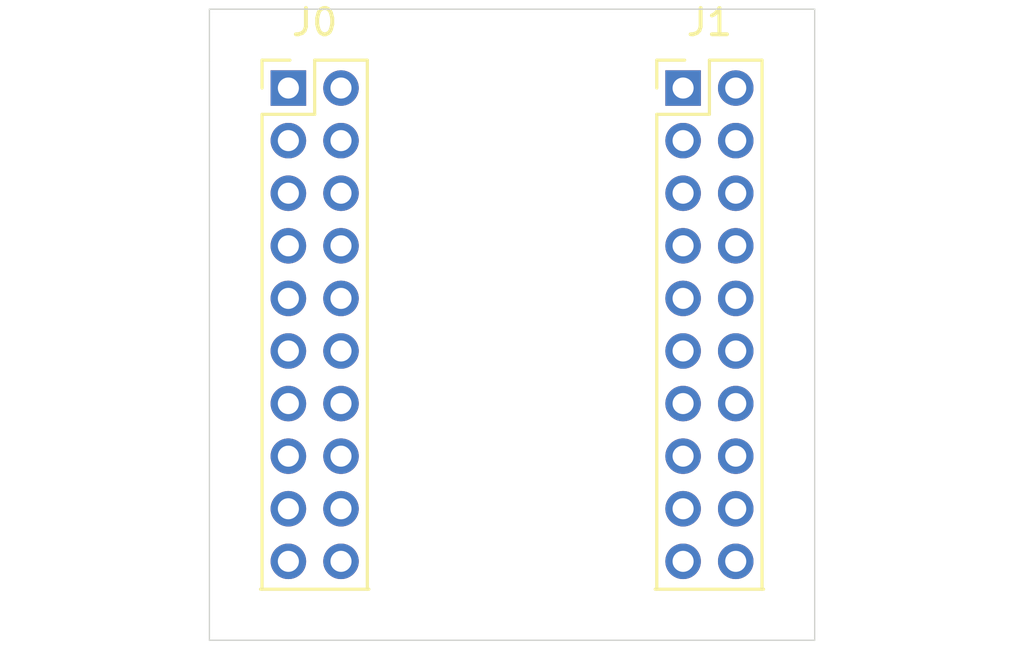
<source format=kicad_pcb>
(kicad_pcb (version 20171130) (host pcbnew "(5.1.6)-1")

  (general
    (thickness 1.6)
    (drawings 5)
    (tracks 0)
    (zones 0)
    (modules 2)
    (nets 21)
  )

  (page A4)
  (layers
    (0 F.Cu signal)
    (31 B.Cu signal)
    (32 B.Adhes user)
    (33 F.Adhes user)
    (34 B.Paste user)
    (35 F.Paste user)
    (36 B.SilkS user)
    (37 F.SilkS user)
    (38 B.Mask user)
    (39 F.Mask user)
    (40 Dwgs.User user)
    (41 Cmts.User user)
    (42 Eco1.User user)
    (43 Eco2.User user)
    (44 Edge.Cuts user)
    (45 Margin user)
    (46 B.CrtYd user)
    (47 F.CrtYd user)
    (48 B.Fab user)
    (49 F.Fab user)
  )

  (setup
    (last_trace_width 0.254)
    (user_trace_width 0.254)
    (trace_clearance 0.2)
    (zone_clearance 0.508)
    (zone_45_only no)
    (trace_min 0.2)
    (via_size 0.8)
    (via_drill 0.4)
    (via_min_size 0.4)
    (via_min_drill 0.3)
    (uvia_size 0.3)
    (uvia_drill 0.1)
    (uvias_allowed no)
    (uvia_min_size 0.2)
    (uvia_min_drill 0.1)
    (edge_width 0.05)
    (segment_width 0.2)
    (pcb_text_width 0.3)
    (pcb_text_size 1.5 1.5)
    (mod_edge_width 0.12)
    (mod_text_size 1 1)
    (mod_text_width 0.15)
    (pad_size 1.524 1.524)
    (pad_drill 0.762)
    (pad_to_mask_clearance 0.05)
    (aux_axis_origin 0 0)
    (visible_elements FFFFFF7F)
    (pcbplotparams
      (layerselection 0x010fc_ffffffff)
      (usegerberextensions false)
      (usegerberattributes true)
      (usegerberadvancedattributes true)
      (creategerberjobfile true)
      (excludeedgelayer true)
      (linewidth 0.100000)
      (plotframeref false)
      (viasonmask false)
      (mode 1)
      (useauxorigin false)
      (hpglpennumber 1)
      (hpglpenspeed 20)
      (hpglpendiameter 15.000000)
      (psnegative false)
      (psa4output false)
      (plotreference true)
      (plotvalue true)
      (plotinvisibletext false)
      (padsonsilk false)
      (subtractmaskfromsilk false)
      (outputformat 1)
      (mirror false)
      (drillshape 1)
      (scaleselection 1)
      (outputdirectory ""))
  )

  (net 0 "")
  (net 1 col7)
  (net 2 row0)
  (net 3 col6)
  (net 4 row1)
  (net 5 col5)
  (net 6 row2)
  (net 7 col4)
  (net 8 row3)
  (net 9 col3)
  (net 10 row4)
  (net 11 col2)
  (net 12 row5)
  (net 13 col1)
  (net 14 SCL)
  (net 15 col0)
  (net 16 SDA)
  (net 17 LED)
  (net 18 RGB)
  (net 19 GND)
  (net 20 VCC)

  (net_class Default "This is the default net class."
    (clearance 0.2)
    (trace_width 0.25)
    (via_dia 0.8)
    (via_drill 0.4)
    (uvia_dia 0.3)
    (uvia_drill 0.1)
    (add_net GND)
    (add_net LED)
    (add_net RGB)
    (add_net SCL)
    (add_net SDA)
    (add_net VCC)
    (add_net col0)
    (add_net col1)
    (add_net col2)
    (add_net col3)
    (add_net col4)
    (add_net col5)
    (add_net col6)
    (add_net col7)
    (add_net row0)
    (add_net row1)
    (add_net row2)
    (add_net row3)
    (add_net row4)
    (add_net row5)
  )

  (module link:conn_2x10_P2.00mm_Vertical (layer F.Cu) (tedit 600B6C33) (tstamp 600C0770)
    (at 147 55)
    (descr "Through hole straight socket strip, 2x10, 2.00mm pitch, double cols (from Kicad 4.0.7), script generated")
    (tags "Through hole socket strip THT 2x10 2.00mm double row")
    (path /600C18EA)
    (fp_text reference J1 (at -1 -2.5) (layer F.SilkS)
      (effects (font (size 1 1) (thickness 0.15)))
    )
    (fp_text value Conn_02x10_Counter_Clockwise (at -1 20.5) (layer F.Fab)
      (effects (font (size 1 1) (thickness 0.15)))
    )
    (fp_text user %R (at -1 9 90) (layer F.Fab)
      (effects (font (size 1 1) (thickness 0.15)))
    )
    (fp_line (start -2 -1) (end 1 -1) (layer F.Fab) (width 0.1))
    (fp_line (start -2 -1) (end -3 0) (layer F.Fab) (width 0.1))
    (fp_line (start -3 0) (end -3 19) (layer F.Fab) (width 0.1))
    (fp_line (start 1 19) (end -3 19) (layer F.Fab) (width 0.1))
    (fp_line (start 1 19) (end 1 -1) (layer F.Fab) (width 0.1))
    (fp_line (start -1 -1.06) (end 1 -1.06) (layer F.SilkS) (width 0.12))
    (fp_line (start 1 -1.06) (end 1 19.06) (layer F.SilkS) (width 0.12))
    (fp_line (start -3.06 19.06) (end 1.06 19.06) (layer F.SilkS) (width 0.12))
    (fp_line (start -3 1) (end -3 19.06) (layer F.SilkS) (width 0.12))
    (fp_line (start -3 1) (end -1 1) (layer F.SilkS) (width 0.12))
    (fp_line (start -1 -1.06) (end -1 1) (layer F.SilkS) (width 0.12))
    (fp_line (start -3 -1.06) (end -3 0) (layer F.SilkS) (width 0.12))
    (fp_line (start -3 -1.06) (end -1.94 -1.06) (layer F.SilkS) (width 0.12))
    (fp_line (start -3.5 -1.5) (end 1.5 -1.5) (layer F.CrtYd) (width 0.05))
    (fp_line (start 1.5 -1.5) (end 1.5 19.5) (layer F.CrtYd) (width 0.05))
    (fp_line (start 1.5 19.5) (end -3.5 19.5) (layer F.CrtYd) (width 0.05))
    (fp_line (start -3.5 19.5) (end -3.5 -1.5) (layer F.CrtYd) (width 0.05))
    (pad 10 thru_hole oval (at -2 18) (size 1.35 1.35) (drill 0.8) (layers *.Cu *.Mask)
      (net 1 col7))
    (pad 11 thru_hole oval (at 0 18) (size 1.35 1.35) (drill 0.8) (layers *.Cu *.Mask)
      (net 2 row0))
    (pad 9 thru_hole oval (at -2 16) (size 1.35 1.35) (drill 0.8) (layers *.Cu *.Mask)
      (net 3 col6))
    (pad 12 thru_hole oval (at 0 16) (size 1.35 1.35) (drill 0.8) (layers *.Cu *.Mask)
      (net 4 row1))
    (pad 8 thru_hole oval (at -2 14) (size 1.35 1.35) (drill 0.8) (layers *.Cu *.Mask)
      (net 5 col5))
    (pad 13 thru_hole oval (at 0 14) (size 1.35 1.35) (drill 0.8) (layers *.Cu *.Mask)
      (net 6 row2))
    (pad 7 thru_hole oval (at -2 12) (size 1.35 1.35) (drill 0.8) (layers *.Cu *.Mask)
      (net 7 col4))
    (pad 14 thru_hole oval (at 0 12) (size 1.35 1.35) (drill 0.8) (layers *.Cu *.Mask)
      (net 8 row3))
    (pad 6 thru_hole oval (at -2 10) (size 1.35 1.35) (drill 0.8) (layers *.Cu *.Mask)
      (net 9 col3))
    (pad 15 thru_hole oval (at 0 10) (size 1.35 1.35) (drill 0.8) (layers *.Cu *.Mask)
      (net 10 row4))
    (pad 5 thru_hole oval (at -2 8) (size 1.35 1.35) (drill 0.8) (layers *.Cu *.Mask)
      (net 11 col2))
    (pad 16 thru_hole oval (at 0 8) (size 1.35 1.35) (drill 0.8) (layers *.Cu *.Mask)
      (net 12 row5))
    (pad 4 thru_hole oval (at -2 6) (size 1.35 1.35) (drill 0.8) (layers *.Cu *.Mask)
      (net 13 col1))
    (pad 17 thru_hole oval (at 0 6) (size 1.35 1.35) (drill 0.8) (layers *.Cu *.Mask)
      (net 14 SCL))
    (pad 3 thru_hole oval (at -2 4) (size 1.35 1.35) (drill 0.8) (layers *.Cu *.Mask)
      (net 15 col0))
    (pad 18 thru_hole oval (at 0 4) (size 1.35 1.35) (drill 0.8) (layers *.Cu *.Mask)
      (net 16 SDA))
    (pad 2 thru_hole oval (at -2 2) (size 1.35 1.35) (drill 0.8) (layers *.Cu *.Mask)
      (net 17 LED))
    (pad 19 thru_hole oval (at 0 2) (size 1.35 1.35) (drill 0.8) (layers *.Cu *.Mask)
      (net 18 RGB))
    (pad 20 thru_hole oval (at 0 0) (size 1.35 1.35) (drill 0.8) (layers *.Cu *.Mask)
      (net 19 GND))
    (pad 1 thru_hole rect (at -2 0) (size 1.35 1.35) (drill 0.8) (layers *.Cu *.Mask)
      (net 20 VCC))
    (model ${KISYS3DMOD}/Connector_PinSocket_2.00mm.3dshapes/PinSocket_2x10_P2.00mm_Vertical.wrl
      (at (xyz 0 0 0))
      (scale (xyz 1 1 1))
      (rotate (xyz 0 0 0))
    )
  )

  (module link:conn_2x10_P2.00mm_Vertical (layer F.Cu) (tedit 600B6C33) (tstamp 600C0746)
    (at 132 55)
    (descr "Through hole straight socket strip, 2x10, 2.00mm pitch, double cols (from Kicad 4.0.7), script generated")
    (tags "Through hole socket strip THT 2x10 2.00mm double row")
    (path /600BFD0A)
    (fp_text reference J0 (at -1 -2.5) (layer F.SilkS)
      (effects (font (size 1 1) (thickness 0.15)))
    )
    (fp_text value Conn_02x10_Counter_Clockwise (at -1 20.5) (layer F.Fab)
      (effects (font (size 1 1) (thickness 0.15)))
    )
    (fp_text user %R (at -1 9 90) (layer F.Fab)
      (effects (font (size 1 1) (thickness 0.15)))
    )
    (fp_line (start -2 -1) (end 1 -1) (layer F.Fab) (width 0.1))
    (fp_line (start -2 -1) (end -3 0) (layer F.Fab) (width 0.1))
    (fp_line (start -3 0) (end -3 19) (layer F.Fab) (width 0.1))
    (fp_line (start 1 19) (end -3 19) (layer F.Fab) (width 0.1))
    (fp_line (start 1 19) (end 1 -1) (layer F.Fab) (width 0.1))
    (fp_line (start -1 -1.06) (end 1 -1.06) (layer F.SilkS) (width 0.12))
    (fp_line (start 1 -1.06) (end 1 19.06) (layer F.SilkS) (width 0.12))
    (fp_line (start -3.06 19.06) (end 1.06 19.06) (layer F.SilkS) (width 0.12))
    (fp_line (start -3 1) (end -3 19.06) (layer F.SilkS) (width 0.12))
    (fp_line (start -3 1) (end -1 1) (layer F.SilkS) (width 0.12))
    (fp_line (start -1 -1.06) (end -1 1) (layer F.SilkS) (width 0.12))
    (fp_line (start -3 -1.06) (end -3 0) (layer F.SilkS) (width 0.12))
    (fp_line (start -3 -1.06) (end -1.94 -1.06) (layer F.SilkS) (width 0.12))
    (fp_line (start -3.5 -1.5) (end 1.5 -1.5) (layer F.CrtYd) (width 0.05))
    (fp_line (start 1.5 -1.5) (end 1.5 19.5) (layer F.CrtYd) (width 0.05))
    (fp_line (start 1.5 19.5) (end -3.5 19.5) (layer F.CrtYd) (width 0.05))
    (fp_line (start -3.5 19.5) (end -3.5 -1.5) (layer F.CrtYd) (width 0.05))
    (pad 10 thru_hole oval (at -2 18) (size 1.35 1.35) (drill 0.8) (layers *.Cu *.Mask)
      (net 1 col7))
    (pad 11 thru_hole oval (at 0 18) (size 1.35 1.35) (drill 0.8) (layers *.Cu *.Mask)
      (net 2 row0))
    (pad 9 thru_hole oval (at -2 16) (size 1.35 1.35) (drill 0.8) (layers *.Cu *.Mask)
      (net 3 col6))
    (pad 12 thru_hole oval (at 0 16) (size 1.35 1.35) (drill 0.8) (layers *.Cu *.Mask)
      (net 4 row1))
    (pad 8 thru_hole oval (at -2 14) (size 1.35 1.35) (drill 0.8) (layers *.Cu *.Mask)
      (net 5 col5))
    (pad 13 thru_hole oval (at 0 14) (size 1.35 1.35) (drill 0.8) (layers *.Cu *.Mask)
      (net 6 row2))
    (pad 7 thru_hole oval (at -2 12) (size 1.35 1.35) (drill 0.8) (layers *.Cu *.Mask)
      (net 7 col4))
    (pad 14 thru_hole oval (at 0 12) (size 1.35 1.35) (drill 0.8) (layers *.Cu *.Mask)
      (net 8 row3))
    (pad 6 thru_hole oval (at -2 10) (size 1.35 1.35) (drill 0.8) (layers *.Cu *.Mask)
      (net 9 col3))
    (pad 15 thru_hole oval (at 0 10) (size 1.35 1.35) (drill 0.8) (layers *.Cu *.Mask)
      (net 10 row4))
    (pad 5 thru_hole oval (at -2 8) (size 1.35 1.35) (drill 0.8) (layers *.Cu *.Mask)
      (net 11 col2))
    (pad 16 thru_hole oval (at 0 8) (size 1.35 1.35) (drill 0.8) (layers *.Cu *.Mask)
      (net 12 row5))
    (pad 4 thru_hole oval (at -2 6) (size 1.35 1.35) (drill 0.8) (layers *.Cu *.Mask)
      (net 13 col1))
    (pad 17 thru_hole oval (at 0 6) (size 1.35 1.35) (drill 0.8) (layers *.Cu *.Mask)
      (net 14 SCL))
    (pad 3 thru_hole oval (at -2 4) (size 1.35 1.35) (drill 0.8) (layers *.Cu *.Mask)
      (net 15 col0))
    (pad 18 thru_hole oval (at 0 4) (size 1.35 1.35) (drill 0.8) (layers *.Cu *.Mask)
      (net 16 SDA))
    (pad 2 thru_hole oval (at -2 2) (size 1.35 1.35) (drill 0.8) (layers *.Cu *.Mask)
      (net 17 LED))
    (pad 19 thru_hole oval (at 0 2) (size 1.35 1.35) (drill 0.8) (layers *.Cu *.Mask)
      (net 18 RGB))
    (pad 20 thru_hole oval (at 0 0) (size 1.35 1.35) (drill 0.8) (layers *.Cu *.Mask)
      (net 19 GND))
    (pad 1 thru_hole rect (at -2 0) (size 1.35 1.35) (drill 0.8) (layers *.Cu *.Mask)
      (net 20 VCC))
    (model ${KISYS3DMOD}/Connector_PinSocket_2.00mm.3dshapes/PinSocket_2x10_P2.00mm_Vertical.wrl
      (at (xyz 0 0 0))
      (scale (xyz 1 1 1))
      (rotate (xyz 0 0 0))
    )
  )

  (gr_line (start 127 52) (end 127 54) (layer Edge.Cuts) (width 0.05) (tstamp 600C0939))
  (gr_line (start 150 52) (end 127 52) (layer Edge.Cuts) (width 0.05))
  (gr_line (start 150 76) (end 150 52) (layer Edge.Cuts) (width 0.05))
  (gr_line (start 127 76) (end 150 76) (layer Edge.Cuts) (width 0.05))
  (gr_line (start 127 54) (end 127 76) (layer Edge.Cuts) (width 0.05))

)

</source>
